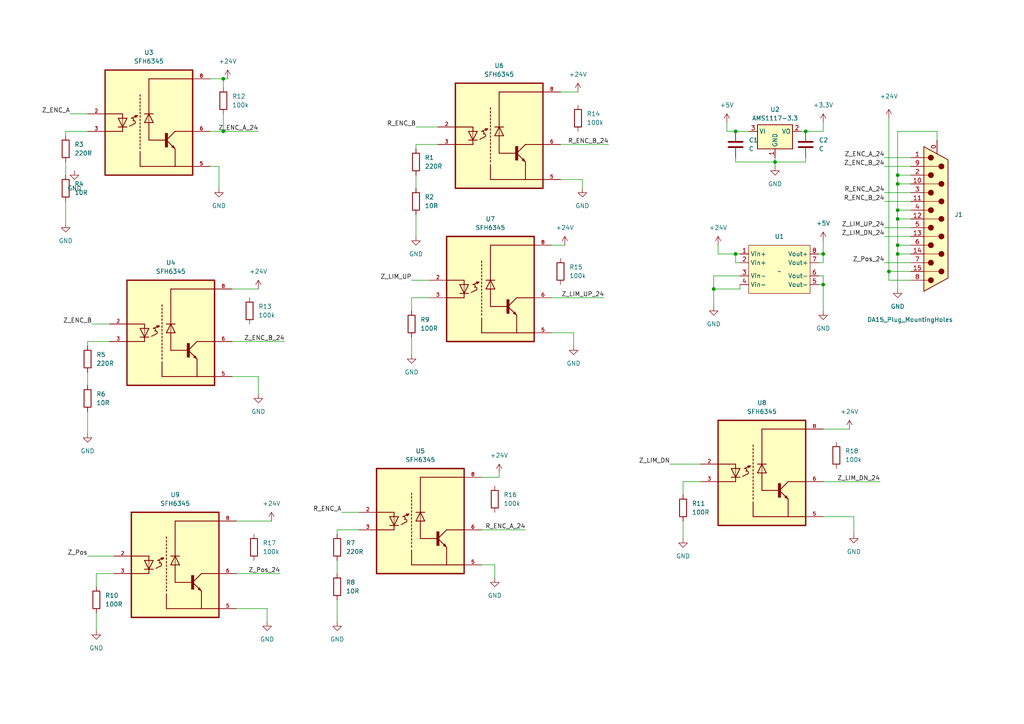
<source format=kicad_sch>
(kicad_sch (version 20230121) (generator eeschema)
  (paper "A4")
  (lib_symbols
    (symbol "Connector:DA15_Plug_MountingHoles" (pin_names (offset 1.016) hide)
      (property "Reference" "J" (at 0 24.13 0))
      (property "Value" "DA15_Plug_MountingHoles" (at 0 22.225 0))
      (symbol "DA15_Plug_MountingHoles_0_1"
        (circle (center -1.778 -17.78) (radius 0.762) (fill (type outline)))
        (circle (center -1.778 -12.7) (radius 0.762) (fill (type outline)))
        (circle (center -1.778 -7.62) (radius 0.762) (fill (type outline)))
        (circle (center -1.778 -2.54) (radius 0.762) (fill (type outline)))
        (circle (center -1.778 2.54) (radius 0.762) (fill (type outline)))
        (circle (center -1.778 7.62) (radius 0.762) (fill (type outline)))
        (circle (center -1.778 12.7) (radius 0.762) (fill (type outline)))
        (circle (center -1.778 17.78) (radius 0.762) (fill (type outline)))
        (polyline (pts (xy -3.81 -17.78) (xy -2.54 -17.78)))
        (polyline (pts (xy -3.81 -15.24) (xy 0.508 -15.24)))
        (polyline (pts (xy -3.81 -12.7) (xy -2.54 -12.7)))
        (polyline (pts (xy -3.81 -10.16) (xy 0.508 -10.16)))
        (polyline (pts (xy -3.81 -7.62) (xy -2.54 -7.62)))
        (polyline (pts (xy -3.81 -5.08) (xy 0.508 -5.08)))
        (polyline (pts (xy -3.81 -2.54) (xy -2.54 -2.54)))
        (polyline (pts (xy -3.81 0) (xy 0.508 0)))
        (polyline (pts (xy -3.81 2.54) (xy -2.54 2.54)))
        (polyline (pts (xy -3.81 5.08) (xy 0.508 5.08)))
        (polyline (pts (xy -3.81 7.62) (xy -2.54 7.62)))
        (polyline (pts (xy -3.81 10.16) (xy 0.508 10.16)))
        (polyline (pts (xy -3.81 12.7) (xy -2.54 12.7)))
        (polyline (pts (xy -3.81 15.24) (xy 0.508 15.24)))
        (polyline (pts (xy -3.81 17.78) (xy -2.54 17.78)))
        (polyline (pts (xy -3.81 -20.955) (xy 3.175 -17.145) (xy 3.175 17.145) (xy -3.81 20.955) (xy -3.81 -20.955)) (stroke (width 0.254)) (fill (type background)))
        (circle (center 1.27 -15.24) (radius 0.762) (fill (type outline)))
        (circle (center 1.27 -10.16) (radius 0.762) (fill (type outline)))
        (circle (center 1.27 -5.08) (radius 0.762) (fill (type outline)))
        (circle (center 1.27 0) (radius 0.762) (fill (type outline)))
        (circle (center 1.27 5.08) (radius 0.762) (fill (type outline)))
        (circle (center 1.27 10.16) (radius 0.762) (fill (type outline)))
        (circle (center 1.27 15.24) (radius 0.762) (fill (type outline)))
      )
      (symbol "DA15_Plug_MountingHoles_1_1"
        (pin passive line (at 0 -22.86 90) (length 3.81) (name "PAD") (number "0"))
        (pin passive line (at -7.62 -17.78 0) (length 3.81) (name "1") (number "1"))
        (pin passive line (at -7.62 -10.16 0) (length 3.81) (name "P10") (number "10"))
        (pin passive line (at -7.62 -5.08 0) (length 3.81) (name "P111") (number "11"))
        (pin passive line (at -7.62 0 0) (length 3.81) (name "P12") (number "12"))
        (pin passive line (at -7.62 5.08 0) (length 3.81) (name "P13") (number "13"))
        (pin passive line (at -7.62 10.16 0) (length 3.81) (name "P14") (number "14"))
        (pin passive line (at -7.62 15.24 0) (length 3.81) (name "P15") (number "15"))
        (pin passive line (at -7.62 -12.7 0) (length 3.81) (name "2") (number "2"))
        (pin passive line (at -7.62 -7.62 0) (length 3.81) (name "3") (number "3"))
        (pin passive line (at -7.62 -2.54 0) (length 3.81) (name "4") (number "4"))
        (pin passive line (at -7.62 2.54 0) (length 3.81) (name "5") (number "5"))
        (pin passive line (at -7.62 7.62 0) (length 3.81) (name "6") (number "6"))
        (pin passive line (at -7.62 12.7 0) (length 3.81) (name "7") (number "7"))
        (pin passive line (at -7.62 17.78 0) (length 3.81) (name "8") (number "8"))
        (pin passive line (at -7.62 -15.24 0) (length 3.81) (name "P9") (number "9"))
      )
    )
    (symbol "Device:C" (pin_numbers hide) (pin_names (offset 0.254))
      (property "Reference" "C" (at 0.635 2.54 0))
      (property "Value" "C" (at 0.635 -2.54 0))
      (symbol "C_0_1"
        (polyline (pts (xy -2.032 -0.762) (xy 2.032 -0.762)) (stroke (width 0.508)))
        (polyline (pts (xy -2.032 0.762) (xy 2.032 0.762)) (stroke (width 0.508)))
      )
      (symbol "C_1_1"
        (pin passive line (at 0 3.81 270) (length 2.794) (name "~") (number "1"))
        (pin passive line (at 0 -3.81 90) (length 2.794) (name "~") (number "2"))
      )
    )
    (symbol "Device:R" (pin_numbers hide) (pin_names (offset 0))
      (property "Reference" "R" (at 2.032 0 90))
      (property "Value" "R" (at 0 0 90))
      (symbol "R_0_1"
        (rectangle (start -1.016 -2.54) (end 1.016 2.54) (stroke (width 0.254)))
      )
      (symbol "R_1_1"
        (pin passive line (at 0 3.81 270) (length 1.27) (name "~") (number "1"))
        (pin passive line (at 0 -3.81 90) (length 1.27) (name "~") (number "2"))
      )
    )
    (symbol "Regulator_Linear:AMS1117-3.3"
      (property "Reference" "U" (at -3.81 3.175 0))
      (property "Value" "AMS1117-3.3" (at 0 3.175 0))
      (symbol "AMS1117-3.3_0_1"
        (rectangle (start -5.08 -5.08) (end 5.08 1.905) (stroke (width 0.254)) (fill (type background)))
      )
      (symbol "AMS1117-3.3_1_1"
        (pin power_in line (at 0 -7.62 90) (length 2.54) (name "GND") (number "1"))
        (pin power_out line (at 7.62 0 180) (length 2.54) (name "VO") (number "2"))
        (pin power_in line (at -7.62 0 0) (length 2.54) (name "VI") (number "3"))
      )
    )
    (symbol "SFH6345:SFH6345" (pin_names (offset 1.016))
      (property "Reference" "U" (at -5.0864 15.7678 0))
      (property "Value" "SFH6345" (at -5.0899 -17.8145 0))
      (symbol "SFH6345_0_0"
        (rectangle (start -12.7 -15.24) (end 12.7 15.24) (stroke (width 0.4064)) (fill (type background)))
        (arc (start -4.572 0.508) (mid -4.4896 1.1133) (end -5.08 1.27) (stroke (width 0.254)))
        (arc (start -4.064 -0.254) (mid -3.9816 0.3513) (end -4.572 0.508) (stroke (width 0.254)))
        (arc (start -3.81 1.778) (mid -4.4239 1.563) (end -5.08 1.27) (stroke (width 0.254)))
        (polyline (pts (xy -7.62 -2.54) (xy -12.7 -2.54)) (stroke (width 0.254)))
        (polyline (pts (xy -7.62 -1.27) (xy -8.89 -1.27)) (stroke (width 0.254)))
        (polyline (pts (xy -7.62 -1.27) (xy -8.89 1.27)) (stroke (width 0.254)))
        (polyline (pts (xy -7.62 -1.27) (xy -7.62 -2.54)) (stroke (width 0.254)))
        (polyline (pts (xy -7.62 1.27) (xy -8.89 1.27)) (stroke (width 0.254)))
        (polyline (pts (xy -7.62 1.27) (xy -7.62 -1.27)) (stroke (width 0.1524)))
        (polyline (pts (xy -7.62 1.27) (xy -7.62 2.54)) (stroke (width 0.254)))
        (polyline (pts (xy -7.62 2.54) (xy -12.7 2.54)) (stroke (width 0.254)))
        (polyline (pts (xy -6.35 -1.27) (xy -7.62 -1.27)) (stroke (width 0.254)))
        (polyline (pts (xy -6.35 1.27) (xy -7.62 -1.27)) (stroke (width 0.254)))
        (polyline (pts (xy -6.35 1.27) (xy -7.62 1.27)) (stroke (width 0.254)))
        (polyline (pts (xy -5.588 -1.016) (xy -4.064 -0.254)) (stroke (width 0.254)))
        (polyline (pts (xy -4.064 2.032) (xy -3.81 1.524)) (stroke (width 0.254)))
        (polyline (pts (xy -3.81 1.524) (xy -3.556 1.778)) (stroke (width 0.254)))
        (polyline (pts (xy -3.81 1.778) (xy -3.556 1.778)) (stroke (width 0.254)))
        (polyline (pts (xy -3.556 1.778) (xy -3.302 2.032)) (stroke (width 0.254)))
        (polyline (pts (xy -3.302 2.032) (xy -4.064 2.032)) (stroke (width 0.254)))
        (polyline (pts (xy -2.54 -12.7) (xy -2.54 -8.382)) (stroke (width 0.254)))
        (polyline (pts (xy -2.54 -7.62) (xy -2.54 -7.112)) (stroke (width 0.254)))
        (polyline (pts (xy -2.54 -6.604) (xy -2.54 -6.096)) (stroke (width 0.254)))
        (polyline (pts (xy -2.54 -5.588) (xy -2.54 -5.08)) (stroke (width 0.254)))
        (polyline (pts (xy -2.54 -4.572) (xy -2.54 -4.064)) (stroke (width 0.254)))
        (polyline (pts (xy -2.54 -3.556) (xy -2.54 -3.048)) (stroke (width 0.254)))
        (polyline (pts (xy -2.54 -2.54) (xy -2.54 -2.032)) (stroke (width 0.254)))
        (polyline (pts (xy -2.54 -1.524) (xy -2.54 -1.016)) (stroke (width 0.254)))
        (polyline (pts (xy -2.54 -0.508) (xy -2.54 0)) (stroke (width 0.254)))
        (polyline (pts (xy -2.54 0.508) (xy -2.54 1.016)) (stroke (width 0.254)))
        (polyline (pts (xy -2.54 1.524) (xy -2.54 2.032)) (stroke (width 0.254)))
        (polyline (pts (xy -2.54 2.54) (xy -2.54 3.048)) (stroke (width 0.254)))
        (polyline (pts (xy -2.54 3.556) (xy -2.54 4.064)) (stroke (width 0.254)))
        (polyline (pts (xy -2.54 4.572) (xy -2.54 5.08)) (stroke (width 0.254)))
        (polyline (pts (xy -2.54 5.588) (xy -2.54 6.096)) (stroke (width 0.254)))
        (polyline (pts (xy -2.54 6.604) (xy -2.54 7.112)) (stroke (width 0.254)))
        (polyline (pts (xy -2.54 7.62) (xy -2.54 8.128)) (stroke (width 0.254)))
        (polyline (pts (xy -1.27 0) (xy 0 0)) (stroke (width 0.254)))
        (polyline (pts (xy -1.27 0) (xy 0 2.54)) (stroke (width 0.254)))
        (polyline (pts (xy -1.27 2.54) (xy 0 2.54)) (stroke (width 0.254)))
        (polyline (pts (xy 0 -5.08) (xy 5.08 -5.08)) (stroke (width 0.254)))
        (polyline (pts (xy 0 0) (xy 0 -5.08)) (stroke (width 0.254)))
        (polyline (pts (xy 0 0) (xy 0 2.54)) (stroke (width 0.1524)))
        (polyline (pts (xy 0 0) (xy 1.27 0)) (stroke (width 0.254)))
        (polyline (pts (xy 0 2.54) (xy 0 12.7)) (stroke (width 0.254)))
        (polyline (pts (xy 0 2.54) (xy 1.27 0)) (stroke (width 0.254)))
        (polyline (pts (xy 0 2.54) (xy 1.27 2.54)) (stroke (width 0.254)))
        (polyline (pts (xy 0 12.7) (xy 12.7 12.7)) (stroke (width 0.254)))
        (polyline (pts (xy 5.08 -5.08) (xy 7.62 -7.62)) (stroke (width 0.254)))
        (polyline (pts (xy 7.62 -12.7) (xy -2.54 -12.7)) (stroke (width 0.254)))
        (polyline (pts (xy 7.62 -12.7) (xy 12.7 -12.7)) (stroke (width 0.254)))
        (polyline (pts (xy 7.62 -7.62) (xy 7.62 -12.7)) (stroke (width 0.254)))
        (polyline (pts (xy 7.62 -2.54) (xy 5.08 -5.08)) (stroke (width 0.254)))
        (polyline (pts (xy 7.62 -2.54) (xy 12.7 -2.54)) (stroke (width 0.254)))
        (polyline (pts (xy 7.493 -7.493) (xy 7.112 -6.604) (xy 6.604 -7.112) (xy 7.493 -7.493)) (stroke (width 0.1524)) (fill (type outline)))
        (rectangle (start 4.7075 -7.1248) (end 5.461 -3.048) (stroke (width 0.1)) (fill (type outline)))
        (pin passive line (at -17.78 2.54 0) (length 5.08) (name "~") (number "2"))
        (pin passive line (at -17.78 -2.54 0) (length 5.08) (name "~") (number "3"))
        (pin passive line (at 17.78 -12.7 180) (length 5.08) (name "~") (number "5"))
        (pin passive line (at 17.78 -2.54 180) (length 5.08) (name "~") (number "6"))
        (pin power_in line (at 17.78 12.7 180) (length 5.08) (name "~") (number "8"))
      )
    )
    (symbol "power:+24V" (power) (pin_names (offset 0))
      (property "Value" "+24V" (at 0 3.556 0))
      (symbol "+24V_0_1"
        (polyline (pts (xy -0.762 1.27) (xy 0 2.54)))
        (polyline (pts (xy 0 0) (xy 0 2.54)))
        (polyline (pts (xy 0 2.54) (xy 0.762 1.27)))
      )
      (symbol "+24V_1_1"
        (pin power_in line (at 0 0 90) (length 0) hide (name "+24V") (number "1"))
      )
    )
    (symbol "power:+3.3V" (power) (pin_names (offset 0))
      (property "Value" "+3.3V" (at 0 3.556 0))
      (symbol "+3.3V_0_1"
        (polyline (pts (xy -0.762 1.27) (xy 0 2.54)))
        (polyline (pts (xy 0 0) (xy 0 2.54)))
        (polyline (pts (xy 0 2.54) (xy 0.762 1.27)))
      )
      (symbol "+3.3V_1_1"
        (pin power_in line (at 0 0 90) (length 0) hide (name "+3.3V") (number "1"))
      )
    )
    (symbol "power:+5V" (power) (pin_names (offset 0))
      (property "Value" "+5V" (at 0 3.556 0))
      (symbol "+5V_0_1"
        (polyline (pts (xy -0.762 1.27) (xy 0 2.54)))
        (polyline (pts (xy 0 0) (xy 0 2.54)))
        (polyline (pts (xy 0 2.54) (xy 0.762 1.27)))
      )
      (symbol "+5V_1_1"
        (pin power_in line (at 0 0 90) (length 0) hide (name "+5V") (number "1"))
      )
    )
    (symbol "power:GND" (power) (pin_names (offset 0))
      (property "Value" "GND" (at 0 -3.81 0))
      (symbol "GND_0_1"
        (polyline (pts (xy 0 0) (xy 0 -1.27) (xy 1.27 -1.27) (xy 0 -2.54) (xy -1.27 -1.27) (xy 0 -1.27)))
      )
      (symbol "GND_1_1"
        (pin power_in line (at 0 0 270) (length 0) hide (name "GND") (number "1"))
      )
    )
    (symbol "power_modules:DSN-1504-3A"
      (property "Reference" "U" (at 0 8.89 0))
      (symbol "DSN-1504-3A_1_1"
        (rectangle (start -8.89 7.62) (end 8.89 -6.35) (fill (type background)))
        (pin power_in line (at -11.43 5.08 0) (length 2.54) (name "Vin+") (number "1"))
        (pin power_in line (at -11.43 2.54 0) (length 2.54) (name "Vin+") (number "2"))
        (pin power_in line (at -11.43 -1.27 0) (length 2.54) (name "Vin-") (number "3"))
        (pin power_in line (at -11.43 -3.81 0) (length 2.54) (name "Vin-") (number "4"))
        (pin power_out line (at 11.43 -3.81 180) (length 2.54) (name "Vout-") (number "5"))
        (pin power_out line (at 11.43 -1.27 180) (length 2.54) (name "Vout-") (number "6"))
        (pin power_out line (at 11.43 2.54 180) (length 2.54) (name "Vout+") (number "7"))
        (pin power_out line (at 11.43 5.08 180) (length 2.54) (name "Vout+") (number "8"))
      )
    )
  )
  (junction (at 260.35 63.5))
  (junction (at 64.77 38.1))
  (junction (at 260.35 71.12))
  (junction (at 260.35 53.34))
  (junction (at 213.36 38.1))
  (junction (at 260.35 50.8))
  (junction (at 238.76 73.66))
  (junction (at 64.77 22.86))
  (junction (at 213.36 73.66))
  (junction (at 238.76 82.55))
  (junction (at 260.35 60.96))
  (junction (at 233.68 38.1))
  (junction (at 207.01 83.82))
  (junction (at 257.81 78.74))
  (junction (at 224.79 46.99))
  (junction (at 260.35 73.66))
  (wire (pts (xy 144.78 137.16) (xy 144.78 138.43)))
  (wire (pts (xy 232.41 38.1) (xy 233.68 38.1)))
  (wire (pts (xy 143.51 163.83) (xy 143.51 167.64)))
  (wire (pts (xy 119.38 97.79) (xy 119.38 102.87)))
  (wire (pts (xy 238.76 82.55) (xy 238.76 90.17)))
  (wire (pts (xy 256.54 45.72) (xy 264.16 45.72)))
  (wire (pts (xy 237.49 82.55) (xy 238.76 82.55)))
  (wire (pts (xy 19.05 58.42) (xy 19.05 64.77)))
  (wire (pts (xy 260.35 71.12) (xy 260.35 63.5)))
  (wire (pts (xy 264.16 63.5) (xy 260.35 63.5)))
  (wire (pts (xy 224.79 46.99) (xy 224.79 48.26)))
  (wire (pts (xy 26.67 93.98) (xy 31.75 93.98)))
  (wire (pts (xy 214.63 80.01) (xy 207.01 80.01)))
  (wire (pts (xy 213.36 73.66) (xy 214.63 73.66)))
  (wire (pts (xy 19.05 38.1) (xy 19.05 39.37)))
  (wire (pts (xy 260.35 38.1) (xy 271.78 38.1)))
  (wire (pts (xy 255.27 139.7) (xy 238.76 139.7)))
  (wire (pts (xy 224.79 46.99) (xy 233.68 46.99)))
  (wire (pts (xy 260.35 63.5) (xy 260.35 60.96)))
  (wire (pts (xy 264.16 53.34) (xy 260.35 53.34)))
  (wire (pts (xy 168.91 52.07) (xy 168.91 54.61)))
  (wire (pts (xy 68.58 151.13) (xy 78.74 151.13)))
  (wire (pts (xy 213.36 45.72) (xy 213.36 46.99)))
  (wire (pts (xy 67.31 83.82) (xy 74.93 83.82)))
  (wire (pts (xy 25.4 161.29) (xy 33.02 161.29)))
  (wire (pts (xy 207.01 80.01) (xy 207.01 83.82)))
  (wire (pts (xy 120.65 62.23) (xy 120.65 68.58)))
  (wire (pts (xy 152.4 153.67) (xy 139.7 153.67)))
  (wire (pts (xy 247.65 149.86) (xy 247.65 154.94)))
  (wire (pts (xy 238.76 38.1) (xy 238.76 35.56)))
  (wire (pts (xy 120.65 36.83) (xy 127 36.83)))
  (wire (pts (xy 160.02 71.12) (xy 163.83 71.12)))
  (wire (pts (xy 210.82 35.56) (xy 210.82 38.1)))
  (wire (pts (xy 264.16 73.66) (xy 260.35 73.66)))
  (wire (pts (xy 264.16 81.28) (xy 257.81 81.28)))
  (wire (pts (xy 208.28 73.66) (xy 213.36 73.66)))
  (wire (pts (xy 264.16 55.88) (xy 256.54 55.88)))
  (wire (pts (xy 60.96 48.26) (xy 63.5 48.26)))
  (wire (pts (xy 25.4 119.38) (xy 25.4 125.73)))
  (wire (pts (xy 33.02 166.37) (xy 27.94 166.37)))
  (wire (pts (xy 238.76 149.86) (xy 247.65 149.86)))
  (wire (pts (xy 63.5 48.26) (xy 63.5 54.61)))
  (wire (pts (xy 264.16 60.96) (xy 260.35 60.96)))
  (wire (pts (xy 237.49 76.2) (xy 238.76 76.2)))
  (wire (pts (xy 213.36 73.66) (xy 213.36 76.2)))
  (wire (pts (xy 264.16 71.12) (xy 260.35 71.12)))
  (wire (pts (xy 68.58 176.53) (xy 77.47 176.53)))
  (wire (pts (xy 139.7 163.83) (xy 143.51 163.83)))
  (wire (pts (xy 20.32 33.02) (xy 25.4 33.02)))
  (wire (pts (xy 260.35 60.96) (xy 260.35 53.34)))
  (wire (pts (xy 144.78 138.43) (xy 139.7 138.43)))
  (wire (pts (xy 238.76 76.2) (xy 238.76 73.66)))
  (wire (pts (xy 60.96 22.86) (xy 64.77 22.86)))
  (wire (pts (xy 27.94 166.37) (xy 27.94 170.18)))
  (wire (pts (xy 260.35 53.34) (xy 260.35 50.8)))
  (wire (pts (xy 213.36 46.99) (xy 224.79 46.99)))
  (wire (pts (xy 74.93 109.22) (xy 74.93 114.3)))
  (wire (pts (xy 82.55 99.06) (xy 67.31 99.06)))
  (wire (pts (xy 64.77 22.86) (xy 64.77 25.4)))
  (wire (pts (xy 260.35 73.66) (xy 260.35 71.12)))
  (wire (pts (xy 119.38 81.28) (xy 124.46 81.28)))
  (wire (pts (xy 124.46 86.36) (xy 119.38 86.36)))
  (wire (pts (xy 25.4 38.1) (xy 19.05 38.1)))
  (wire (pts (xy 64.77 38.1) (xy 74.93 38.1)))
  (wire (pts (xy 60.96 38.1) (xy 64.77 38.1)))
  (wire (pts (xy 207.01 83.82) (xy 207.01 88.9)))
  (wire (pts (xy 213.36 38.1) (xy 217.17 38.1)))
  (wire (pts (xy 19.05 46.99) (xy 19.05 50.8)))
  (wire (pts (xy 120.65 50.8) (xy 120.65 54.61)))
  (wire (pts (xy 271.78 38.1) (xy 271.78 40.64)))
  (wire (pts (xy 238.76 80.01) (xy 238.76 82.55)))
  (wire (pts (xy 162.56 26.67) (xy 167.64 26.67)))
  (wire (pts (xy 257.81 78.74) (xy 257.81 81.28)))
  (wire (pts (xy 97.79 162.56) (xy 97.79 166.37)))
  (wire (pts (xy 160.02 96.52) (xy 166.37 96.52)))
  (wire (pts (xy 208.28 71.12) (xy 208.28 73.66)))
  (wire (pts (xy 162.56 41.91) (xy 176.53 41.91)))
  (wire (pts (xy 162.56 52.07) (xy 168.91 52.07)))
  (wire (pts (xy 260.35 83.82) (xy 260.35 73.66)))
  (wire (pts (xy 238.76 124.46) (xy 246.38 124.46)))
  (wire (pts (xy 203.2 139.7) (xy 198.12 139.7)))
  (wire (pts (xy 233.68 45.72) (xy 233.68 46.99)))
  (wire (pts (xy 104.14 153.67) (xy 97.79 153.67)))
  (wire (pts (xy 31.75 99.06) (xy 25.4 99.06)))
  (wire (pts (xy 207.01 83.82) (xy 214.63 83.82)))
  (wire (pts (xy 237.49 80.01) (xy 238.76 80.01)))
  (wire (pts (xy 264.16 76.2) (xy 256.54 76.2)))
  (wire (pts (xy 213.36 76.2) (xy 214.63 76.2)))
  (wire (pts (xy 99.06 148.59) (xy 104.14 148.59)))
  (wire (pts (xy 194.31 134.62) (xy 203.2 134.62)))
  (wire (pts (xy 64.77 33.02) (xy 64.77 38.1)))
  (wire (pts (xy 64.77 22.86) (xy 66.04 22.86)))
  (wire (pts (xy 224.79 45.72) (xy 224.79 46.99)))
  (wire (pts (xy 67.31 109.22) (xy 74.93 109.22)))
  (wire (pts (xy 238.76 73.66) (xy 237.49 73.66)))
  (wire (pts (xy 25.4 99.06) (xy 25.4 100.33)))
  (wire (pts (xy 264.16 50.8) (xy 260.35 50.8)))
  (wire (pts (xy 264.16 48.26) (xy 256.54 48.26)))
  (wire (pts (xy 264.16 68.58) (xy 256.54 68.58)))
  (wire (pts (xy 264.16 58.42) (xy 256.54 58.42)))
  (wire (pts (xy 120.65 41.91) (xy 120.65 43.18)))
  (wire (pts (xy 233.68 38.1) (xy 238.76 38.1)))
  (wire (pts (xy 198.12 139.7) (xy 198.12 143.51)))
  (wire (pts (xy 81.28 166.37) (xy 68.58 166.37)))
  (wire (pts (xy 210.82 38.1) (xy 213.36 38.1)))
  (wire (pts (xy 97.79 153.67) (xy 97.79 154.94)))
  (wire (pts (xy 25.4 107.95) (xy 25.4 111.76)))
  (wire (pts (xy 166.37 96.52) (xy 166.37 100.33)))
  (wire (pts (xy 260.35 50.8) (xy 260.35 38.1)))
  (wire (pts (xy 238.76 69.85) (xy 238.76 73.66)))
  (wire (pts (xy 175.26 86.36) (xy 160.02 86.36)))
  (wire (pts (xy 264.16 78.74) (xy 257.81 78.74)))
  (wire (pts (xy 119.38 86.36) (xy 119.38 90.17)))
  (wire (pts (xy 264.16 66.04) (xy 256.54 66.04)))
  (wire (pts (xy 127 41.91) (xy 120.65 41.91)))
  (wire (pts (xy 257.81 34.29) (xy 257.81 78.74)))
  (wire (pts (xy 97.79 173.99) (xy 97.79 180.34)))
  (wire (pts (xy 27.94 177.8) (xy 27.94 182.88)))
  (wire (pts (xy 198.12 151.13) (xy 198.12 156.21)))
  (wire (pts (xy 77.47 176.53) (xy 77.47 180.34)))
  (wire (pts (xy 214.63 83.82) (xy 214.63 82.55)))
  (label "Z_ENC_B_24" (at 256.54 48.26 180))
  (label "Z_LIM_DN_24" (at 256.54 68.58 180))
  (label "Z_ENC_A_24" (at 256.54 45.72 180))
  (label "Z_Pos" (at 25.4 161.29 180))
  (label "Z_LIM_UP" (at 119.38 81.28 180))
  (label "R_ENC_A_24" (at 256.54 55.88 180))
  (label "Z_Pos_24" (at 81.28 166.37 180))
  (label "Z_LIM_UP_24" (at 256.54 66.04 180))
  (label "Z_ENC_A" (at 20.32 33.02 180))
  (label "Z_Pos_24" (at 256.54 76.2 180))
  (label "Z_ENC_B" (at 26.67 93.98 180))
  (label "R_ENC_A" (at 99.06 148.59 180))
  (label "R_ENC_B_24" (at 176.53 41.91 180))
  (label "Z_ENC_B_24" (at 82.55 99.06 180))
  (label "Z_LIM_UP_24" (at 175.26 86.36 180))
  (label "R_ENC_A_24" (at 152.4 153.67 180))
  (label "Z_LIM_DN" (at 194.31 134.62 180))
  (label "Z_LIM_DN_24" (at 255.27 139.7 180))
  (label "Z_ENC_A_24" (at 74.93 38.1 180))
  (label "R_ENC_B" (at 120.65 36.83 180))
  (label "R_ENC_B_24" (at 256.54 58.42 180))
  (symbol (lib_id "Device:R") (at 97.79 170.18 0) (unit 1)
    (property "Reference" "R8" (at 100.33 168.91 0) (effects (justify left)))
    (property "Value" "10R" (at 100.33 171.45 0) (effects (justify left)))
  )
  (symbol (lib_id "power:GND") (at 74.93 114.3 0) (unit 1)
    (property "Reference" "#PWR021" (effects hide))
    (property "Value" "GND" (at 74.93 119.38 0))
  )
  (symbol (lib_id "Device:C") (at 233.68 41.91 0) (unit 1)
    (property "Reference" "C2" (at 237.49 40.64 0) (effects (justify left)))
    (property "Value" "C" (at 237.49 43.18 0) (effects (justify left)))
  )
  (symbol (lib_id "Device:R") (at 27.94 173.99 0) (unit 1)
    (property "Reference" "R10" (at 30.48 172.72 0) (effects (justify left)))
    (property "Value" "100R" (at 30.48 175.26 0) (effects (justify left)))
  )
  (symbol (lib_id "Device:R") (at 167.64 34.29 0) (unit 1)
    (property "Reference" "R14" (at 170.18 33.02 0) (effects (justify left)))
    (property "Value" "100k" (at 170.18 35.56 0) (effects (justify left)))
  )
  (symbol (lib_id "SFH6345:SFH6345") (at 50.8 163.83 0) (unit 1)
    (property "Reference" "U9" (at 50.8 143.51 0))
    (property "Value" "SFH6345" (at 50.8 146.05 0))
    (property "Footprint" "SFH6345:DIP762W50P254L977H451Q8" (effects hide))
    (property "MF" "Vishay Semiconductor" (effects hide))
    (property "Description" "\nSFH6345 DC Input Transistor Output Optocoupler, Through Hole, 8-Pin PDIP | Vishay / Small Signal & Opto Products (SSP) SFH6345\n" (effects hide))
    (property "Package" "DIP-8 Fairchild Semiconductor" (effects hide))
    (property "Check_prices" "https://www.snapeda.com/parts/SFH6345/Vishay+Semiconductor+Opto+Division/view-part/?ref=eda" (effects hide))
    (property "RS_Components_9190161_Purchase_URL" "https://www.snapeda.com/api/url_track_click/https%253A//uk.rs-online.com/web/p/optocouplers/9190161//%253Futm_campaign%253Dbuynow%2526utm_medium%253Daggregator%2526utm_source%253Dsnapeda%2526cm_mmc%253Daff-_-uk-_-snapeda-_-9190161/?unipart_id=292918&manufacturer=Vishay Semiconductor&part_name=SFH6345&search_term=sfh6345" (effects hide))
    (property "SnapEDA_Link" "https://www.snapeda.com/parts/SFH6345/Vishay+Semiconductor+Opto+Division/view-part/?ref=snap" (effects hide))
    (property "MP" "SFH6345" (effects hide))
    (property "Purchase-URL" "https://www.snapeda.com/api/url_track_click_mouser/?unipart_id=292918&manufacturer=Vishay Semiconductor&part_name=SFH6345&search_term=sfh6345" (effects hide))
    (property "RS_Components_7085525_Purchase_URL" "https://www.snapeda.com/api/url_track_click/https%253A//uk.rs-online.com/web/p/optocouplers/7085525//%253Futm_campaign%253Dbuynow%2526utm_medium%253Daggregator%2526utm_source%253Dsnapeda%2526cm_mmc%253Daff-_-uk-_-snapeda-_-7085525/?unipart_id=292918&manufacturer=Vishay Semiconductor&part_name=SFH6345&search_term=sfh6345" (effects hide))
    (property "MANUFACTURER" "VISHAY" (effects hide))
  )
  (symbol (lib_id "SFH6345:SFH6345") (at 220.98 137.16 0) (unit 1)
    (property "Reference" "U8" (at 220.98 116.84 0))
    (property "Value" "SFH6345" (at 220.98 119.38 0))
    (property "Footprint" "SFH6345:DIP762W50P254L977H451Q8" (effects hide))
    (property "MF" "Vishay Semiconductor" (effects hide))
    (property "Description" "\nSFH6345 DC Input Transistor Output Optocoupler, Through Hole, 8-Pin PDIP | Vishay / Small Signal & Opto Products (SSP) SFH6345\n" (effects hide))
    (property "Package" "DIP-8 Fairchild Semiconductor" (effects hide))
    (property "Check_prices" "https://www.snapeda.com/parts/SFH6345/Vishay+Semiconductor+Opto+Division/view-part/?ref=eda" (effects hide))
    (property "RS_Components_9190161_Purchase_URL" "https://www.snapeda.com/api/url_track_click/https%253A//uk.rs-online.com/web/p/optocouplers/9190161//%253Futm_campaign%253Dbuynow%2526utm_medium%253Daggregator%2526utm_source%253Dsnapeda%2526cm_mmc%253Daff-_-uk-_-snapeda-_-9190161/?unipart_id=292918&manufacturer=Vishay Semiconductor&part_name=SFH6345&search_term=sfh6345" (effects hide))
    (property "SnapEDA_Link" "https://www.snapeda.com/parts/SFH6345/Vishay+Semiconductor+Opto+Division/view-part/?ref=snap" (effects hide))
    (property "MP" "SFH6345" (effects hide))
    (property "Purchase-URL" "https://www.snapeda.com/api/url_track_click_mouser/?unipart_id=292918&manufacturer=Vishay Semiconductor&part_name=SFH6345&search_term=sfh6345" (effects hide))
    (property "RS_Components_7085525_Purchase_URL" "https://www.snapeda.com/api/url_track_click/https%253A//uk.rs-online.com/web/p/optocouplers/7085525//%253Futm_campaign%253Dbuynow%2526utm_medium%253Daggregator%2526utm_source%253Dsnapeda%2526cm_mmc%253Daff-_-uk-_-snapeda-_-7085525/?unipart_id=292918&manufacturer=Vishay Semiconductor&part_name=SFH6345&search_term=sfh6345" (effects hide))
    (property "MANUFACTURER" "VISHAY" (effects hide))
  )
  (symbol (lib_id "Device:R") (at 120.65 46.99 0) (unit 1)
    (property "Reference" "R1" (at 123.19 45.72 0) (effects (justify left)))
    (property "Value" "220R" (at 123.19 48.26 0) (effects (justify left)))
  )
  (symbol (lib_id "Device:R") (at 72.39 90.17 0) (unit 1)
    (property "Reference" "R13" (at 74.93 88.9 0) (effects (justify left)))
    (property "Value" "100k" (at 74.93 91.44 0) (effects (justify left)))
  )
  (symbol (lib_id "Regulator_Linear:AMS1117-3.3") (at 224.79 38.1 0) (unit 1)
    (property "Reference" "U2" (at 224.79 31.75 0))
    (property "Value" "AMS1117-3.3" (at 224.79 34.29 0))
    (property "Footprint" "Package_TO_SOT_SMD:SOT-223-3_TabPin2" (effects hide))
    (property "Datasheet" "http://www.advanced-monolithic.com/pdf/ds1117.pdf" (effects hide))
  )
  (symbol (lib_id "Device:R") (at 119.38 93.98 0) (unit 1)
    (property "Reference" "R9" (at 121.92 92.71 0) (effects (justify left)))
    (property "Value" "100R" (at 121.92 95.25 0) (effects (justify left)))
  )
  (symbol (lib_id "power:+24V") (at 167.64 26.67 0) (unit 1)
    (property "Reference" "#PWR010" (effects hide))
    (property "Value" "+24V" (at 167.64 21.59 0))
  )
  (symbol (lib_id "Device:R") (at 25.4 104.14 0) (unit 1)
    (property "Reference" "R5" (at 27.94 102.87 0) (effects (justify left)))
    (property "Value" "220R" (at 27.94 105.41 0) (effects (justify left)))
  )
  (symbol (lib_id "SFH6345:SFH6345") (at 142.24 83.82 0) (unit 1)
    (property "Reference" "U7" (at 142.24 63.5 0))
    (property "Value" "SFH6345" (at 142.24 66.04 0))
    (property "Footprint" "SFH6345:DIP762W50P254L977H451Q8" (effects hide))
    (property "MF" "Vishay Semiconductor" (effects hide))
    (property "Description" "\nSFH6345 DC Input Transistor Output Optocoupler, Through Hole, 8-Pin PDIP | Vishay / Small Signal & Opto Products (SSP) SFH6345\n" (effects hide))
    (property "Package" "DIP-8 Fairchild Semiconductor" (effects hide))
    (property "Check_prices" "https://www.snapeda.com/parts/SFH6345/Vishay+Semiconductor+Opto+Division/view-part/?ref=eda" (effects hide))
    (property "RS_Components_9190161_Purchase_URL" "https://www.snapeda.com/api/url_track_click/https%253A//uk.rs-online.com/web/p/optocouplers/9190161//%253Futm_campaign%253Dbuynow%2526utm_medium%253Daggregator%2526utm_source%253Dsnapeda%2526cm_mmc%253Daff-_-uk-_-snapeda-_-9190161/?unipart_id=292918&manufacturer=Vishay Semiconductor&part_name=SFH6345&search_term=sfh6345" (effects hide))
    (property "SnapEDA_Link" "https://www.snapeda.com/parts/SFH6345/Vishay+Semiconductor+Opto+Division/view-part/?ref=snap" (effects hide))
    (property "MP" "SFH6345" (effects hide))
    (property "Purchase-URL" "https://www.snapeda.com/api/url_track_click_mouser/?unipart_id=292918&manufacturer=Vishay Semiconductor&part_name=SFH6345&search_term=sfh6345" (effects hide))
    (property "RS_Components_7085525_Purchase_URL" "https://www.snapeda.com/api/url_track_click/https%253A//uk.rs-online.com/web/p/optocouplers/7085525//%253Futm_campaign%253Dbuynow%2526utm_medium%253Daggregator%2526utm_source%253Dsnapeda%2526cm_mmc%253Daff-_-uk-_-snapeda-_-7085525/?unipart_id=292918&manufacturer=Vishay Semiconductor&part_name=SFH6345&search_term=sfh6345" (effects hide))
    (property "MANUFACTURER" "VISHAY" (effects hide))
  )
  (symbol (lib_id "power:GND") (at 260.35 83.82 0) (mirror y) (unit 1)
    (property "Reference" "#PWR02" (effects hide))
    (property "Value" "GND" (at 260.35 88.9 0))
  )
  (symbol (lib_id "power:+24V") (at 74.93 83.82 0) (unit 1)
    (property "Reference" "#PWR013" (effects hide))
    (property "Value" "+24V" (at 74.93 78.74 0))
  )
  (symbol (lib_id "Device:R") (at 64.77 29.21 0) (unit 1)
    (property "Reference" "R12" (at 67.31 27.94 0) (effects (justify left)))
    (property "Value" "100k" (at 67.31 30.48 0) (effects (justify left)))
  )
  (symbol (lib_id "Device:R") (at 162.56 78.74 0) (unit 1)
    (property "Reference" "R15" (at 165.1 77.47 0) (effects (justify left)))
    (property "Value" "100k" (at 165.1 80.01 0) (effects (justify left)))
  )
  (symbol (lib_id "power:+3.3V") (at 238.76 35.56 0) (unit 1)
    (property "Reference" "#PWR08" (effects hide))
    (property "Value" "+3.3V" (at 238.76 30.48 0))
  )
  (symbol (lib_id "power:+24V") (at 208.28 71.12 0) (unit 1)
    (property "Reference" "#PWR01" (effects hide))
    (property "Value" "+24V" (at 208.28 66.04 0))
  )
  (symbol (lib_id "power:GND") (at 207.01 88.9 0) (unit 1)
    (property "Reference" "#PWR05" (effects hide))
    (property "Value" "GND" (at 207.01 93.98 0))
  )
  (symbol (lib_id "Device:R") (at 19.05 54.61 0) (unit 1)
    (property "Reference" "R4" (at 21.59 53.34 0) (effects (justify left)))
    (property "Value" "10R" (at 21.59 55.88 0) (effects (justify left)))
  )
  (symbol (lib_id "power:GND") (at 25.4 125.73 0) (unit 1)
    (property "Reference" "#PWR027" (effects hide))
    (property "Value" "GND" (at 25.4 130.81 0))
  )
  (symbol (lib_id "Device:R") (at 25.4 115.57 0) (unit 1)
    (property "Reference" "R6" (at 27.94 114.3 0) (effects (justify left)))
    (property "Value" "10R" (at 27.94 116.84 0) (effects (justify left)))
  )
  (symbol (lib_id "power:GND") (at 143.51 167.64 0) (unit 1)
    (property "Reference" "#PWR023" (effects hide))
    (property "Value" "GND" (at 143.51 172.72 0))
  )
  (symbol (lib_id "SFH6345:SFH6345") (at 121.92 151.13 0) (unit 1)
    (property "Reference" "U5" (at 121.92 130.81 0))
    (property "Value" "SFH6345" (at 121.92 133.35 0))
    (property "Footprint" "SFH6345:DIP762W50P254L977H451Q8" (effects hide))
    (property "MF" "Vishay Semiconductor" (effects hide))
    (property "Description" "\nSFH6345 DC Input Transistor Output Optocoupler, Through Hole, 8-Pin PDIP | Vishay / Small Signal & Opto Products (SSP) SFH6345\n" (effects hide))
    (property "Package" "DIP-8 Fairchild Semiconductor" (effects hide))
    (property "Check_prices" "https://www.snapeda.com/parts/SFH6345/Vishay+Semiconductor+Opto+Division/view-part/?ref=eda" (effects hide))
    (property "RS_Components_9190161_Purchase_URL" "https://www.snapeda.com/api/url_track_click/https%253A//uk.rs-online.com/web/p/optocouplers/9190161//%253Futm_campaign%253Dbuynow%2526utm_medium%253Daggregator%2526utm_source%253Dsnapeda%2526cm_mmc%253Daff-_-uk-_-snapeda-_-9190161/?unipart_id=292918&manufacturer=Vishay Semiconductor&part_name=SFH6345&search_term=sfh6345" (effects hide))
    (property "SnapEDA_Link" "https://www.snapeda.com/parts/SFH6345/Vishay+Semiconductor+Opto+Division/view-part/?ref=snap" (effects hide))
    (property "MP" "SFH6345" (effects hide))
    (property "Purchase-URL" "https://www.snapeda.com/api/url_track_click_mouser/?unipart_id=292918&manufacturer=Vishay Semiconductor&part_name=SFH6345&search_term=sfh6345" (effects hide))
    (property "RS_Components_7085525_Purchase_URL" "https://www.snapeda.com/api/url_track_click/https%253A//uk.rs-online.com/web/p/optocouplers/7085525//%253Futm_campaign%253Dbuynow%2526utm_medium%253Daggregator%2526utm_source%253Dsnapeda%2526cm_mmc%253Daff-_-uk-_-snapeda-_-7085525/?unipart_id=292918&manufacturer=Vishay Semiconductor&part_name=SFH6345&search_term=sfh6345" (effects hide))
    (property "MANUFACTURER" "VISHAY" (effects hide))
  )
  (symbol (lib_id "Device:R") (at 242.57 132.08 0) (unit 1)
    (property "Reference" "R18" (at 245.11 130.81 0) (effects (justify left)))
    (property "Value" "100k" (at 245.11 133.35 0) (effects (justify left)))
  )
  (symbol (lib_id "Device:R") (at 19.05 43.18 0) (unit 1)
    (property "Reference" "R3" (at 21.59 41.91 0) (effects (justify left)))
    (property "Value" "220R" (at 21.59 44.45 0) (effects (justify left)))
  )
  (symbol (lib_id "SFH6345:SFH6345") (at 43.18 35.56 0) (unit 1)
    (property "Reference" "U3" (at 43.18 15.24 0))
    (property "Value" "SFH6345" (at 43.18 17.78 0))
    (property "Footprint" "SFH6345:DIP762W50P254L977H451Q8" (effects hide))
    (property "MF" "Vishay Semiconductor" (effects hide))
    (property "Description" "\nSFH6345 DC Input Transistor Output Optocoupler, Through Hole, 8-Pin PDIP | Vishay / Small Signal & Opto Products (SSP) SFH6345\n" (effects hide))
    (property "Package" "DIP-8 Fairchild Semiconductor" (effects hide))
    (property "Check_prices" "https://www.snapeda.com/parts/SFH6345/Vishay+Semiconductor+Opto+Division/view-part/?ref=eda" (effects hide))
    (property "RS_Components_9190161_Purchase_URL" "https://www.snapeda.com/api/url_track_click/https%253A//uk.rs-online.com/web/p/optocouplers/9190161//%253Futm_campaign%253Dbuynow%2526utm_medium%253Daggregator%2526utm_source%253Dsnapeda%2526cm_mmc%253Daff-_-uk-_-snapeda-_-9190161/?unipart_id=292918&manufacturer=Vishay Semiconductor&part_name=SFH6345&search_term=sfh6345" (effects hide))
    (property "SnapEDA_Link" "https://www.snapeda.com/parts/SFH6345/Vishay+Semiconductor+Opto+Division/view-part/?ref=snap" (effects hide))
    (property "MP" "SFH6345" (effects hide))
    (property "Purchase-URL" "https://www.snapeda.com/api/url_track_click_mouser/?unipart_id=292918&manufacturer=Vishay Semiconductor&part_name=SFH6345&search_term=sfh6345" (effects hide))
    (property "RS_Components_7085525_Purchase_URL" "https://www.snapeda.com/api/url_track_click/https%253A//uk.rs-online.com/web/p/optocouplers/7085525//%253Futm_campaign%253Dbuynow%2526utm_medium%253Daggregator%2526utm_source%253Dsnapeda%2526cm_mmc%253Daff-_-uk-_-snapeda-_-7085525/?unipart_id=292918&manufacturer=Vishay Semiconductor&part_name=SFH6345&search_term=sfh6345" (effects hide))
    (property "MANUFACTURER" "VISHAY" (effects hide))
  )
  (symbol (lib_id "power:GND") (at 119.38 102.87 0) (unit 1)
    (property "Reference" "#PWR029" (effects hide))
    (property "Value" "GND" (at 119.38 107.95 0))
  )
  (symbol (lib_id "power:GND") (at 198.12 156.21 0) (unit 1)
    (property "Reference" "#PWR031" (effects hide))
    (property "Value" "GND" (at 198.12 161.29 0))
  )
  (symbol (lib_id "Device:R") (at 143.51 144.78 0) (unit 1)
    (property "Reference" "R16" (at 146.05 143.51 0) (effects (justify left)))
    (property "Value" "100k" (at 146.05 146.05 0) (effects (justify left)))
  )
  (symbol (lib_id "power_modules:DSN-1504-3A") (at 226.06 78.74 0) (unit 1)
    (property "Reference" "U1" (at 226.06 68.58 0))
    (property "Value" "~" (at 226.06 78.74 0))
    (property "Footprint" "power_modules:DSN-1504-3A" (effects hide))
  )
  (symbol (lib_id "SFH6345:SFH6345") (at 144.78 39.37 0) (unit 1)
    (property "Reference" "U6" (at 144.78 19.05 0))
    (property "Value" "SFH6345" (at 144.78 21.59 0))
    (property "Footprint" "SFH6345:DIP762W50P254L977H451Q8" (effects hide))
    (property "MF" "Vishay Semiconductor" (effects hide))
    (property "Description" "\nSFH6345 DC Input Transistor Output Optocoupler, Through Hole, 8-Pin PDIP | Vishay / Small Signal & Opto Products (SSP) SFH6345\n" (effects hide))
    (property "Package" "DIP-8 Fairchild Semiconductor" (effects hide))
    (property "Check_prices" "https://www.snapeda.com/parts/SFH6345/Vishay+Semiconductor+Opto+Division/view-part/?ref=eda" (effects hide))
    (property "RS_Components_9190161_Purchase_URL" "https://www.snapeda.com/api/url_track_click/https%253A//uk.rs-online.com/web/p/optocouplers/9190161//%253Futm_campaign%253Dbuynow%2526utm_medium%253Daggregator%2526utm_source%253Dsnapeda%2526cm_mmc%253Daff-_-uk-_-snapeda-_-9190161/?unipart_id=292918&manufacturer=Vishay Semiconductor&part_name=SFH6345&search_term=sfh6345" (effects hide))
    (property "SnapEDA_Link" "https://www.snapeda.com/parts/SFH6345/Vishay+Semiconductor+Opto+Division/view-part/?ref=snap" (effects hide))
    (property "MP" "SFH6345" (effects hide))
    (property "Purchase-URL" "https://www.snapeda.com/api/url_track_click_mouser/?unipart_id=292918&manufacturer=Vishay Semiconductor&part_name=SFH6345&search_term=sfh6345" (effects hide))
    (property "RS_Components_7085525_Purchase_URL" "https://www.snapeda.com/api/url_track_click/https%253A//uk.rs-online.com/web/p/optocouplers/7085525//%253Futm_campaign%253Dbuynow%2526utm_medium%253Daggregator%2526utm_source%253Dsnapeda%2526cm_mmc%253Daff-_-uk-_-snapeda-_-7085525/?unipart_id=292918&manufacturer=Vishay Semiconductor&part_name=SFH6345&search_term=sfh6345" (effects hide))
    (property "MANUFACTURER" "VISHAY" (effects hide))
  )
  (symbol (lib_id "power:GND") (at 97.79 180.34 0) (unit 1)
    (property "Reference" "#PWR028" (effects hide))
    (property "Value" "GND" (at 97.79 185.42 0))
  )
  (symbol (lib_id "Device:R") (at 73.66 158.75 0) (unit 1)
    (property "Reference" "R17" (at 76.2 157.48 0) (effects (justify left)))
    (property "Value" "100k" (at 76.2 160.02 0) (effects (justify left)))
  )
  (symbol (lib_id "power:GND") (at 120.65 68.58 0) (unit 1)
    (property "Reference" "#PWR025" (effects hide))
    (property "Value" "GND" (at 120.65 73.66 0))
  )
  (symbol (lib_id "power:+5V") (at 238.76 69.85 0) (unit 1)
    (property "Reference" "#PWR04" (effects hide))
    (property "Value" "+5V" (at 238.76 64.77 0))
  )
  (symbol (lib_id "power:GND") (at 168.91 54.61 0) (unit 1)
    (property "Reference" "#PWR019" (effects hide))
    (property "Value" "GND" (at 168.91 59.69 0))
  )
  (symbol (lib_id "power:+24V") (at 78.74 151.13 0) (unit 1)
    (property "Reference" "#PWR014" (effects hide))
    (property "Value" "+24V" (at 78.74 146.05 0))
  )
  (symbol (lib_id "power:GND") (at 21.59 49.53 0) (unit 1)
    (property "Reference" "#PWR017" (effects hide))
    (property "Value" "GND" (at 21.59 54.61 0))
  )
  (symbol (lib_id "SFH6345:SFH6345") (at 49.53 96.52 0) (unit 1)
    (property "Reference" "U4" (at 49.53 76.2 0))
    (property "Value" "SFH6345" (at 49.53 78.74 0))
    (property "Footprint" "SFH6345:DIP762W50P254L977H451Q8" (effects hide))
    (property "MF" "Vishay Semiconductor" (effects hide))
    (property "Description" "\nSFH6345 DC Input Transistor Output Optocoupler, Through Hole, 8-Pin PDIP | Vishay / Small Signal & Opto Products (SSP) SFH6345\n" (effects hide))
    (property "Package" "DIP-8 Fairchild Semiconductor" (effects hide))
    (property "Check_prices" "https://www.snapeda.com/parts/SFH6345/Vishay+Semiconductor+Opto+Division/view-part/?ref=eda" (effects hide))
    (property "RS_Components_9190161_Purchase_URL" "https://www.snapeda.com/api/url_track_click/https%253A//uk.rs-online.com/web/p/optocouplers/9190161//%253Futm_campaign%253Dbuynow%2526utm_medium%253Daggregator%2526utm_source%253Dsnapeda%2526cm_mmc%253Daff-_-uk-_-snapeda-_-9190161/?unipart_id=292918&manufacturer=Vishay Semiconductor&part_name=SFH6345&search_term=sfh6345" (effects hide))
    (property "SnapEDA_Link" "https://www.snapeda.com/parts/SFH6345/Vishay+Semiconductor+Opto+Division/view-part/?ref=snap" (effects hide))
    (property "MP" "SFH6345" (effects hide))
    (property "Purchase-URL" "https://www.snapeda.com/api/url_track_click_mouser/?unipart_id=292918&manufacturer=Vishay Semiconductor&part_name=SFH6345&search_term=sfh6345" (effects hide))
    (property "RS_Components_7085525_Purchase_URL" "https://www.snapeda.com/api/url_track_click/https%253A//uk.rs-online.com/web/p/optocouplers/7085525//%253Futm_campaign%253Dbuynow%2526utm_medium%253Daggregator%2526utm_source%253Dsnapeda%2526cm_mmc%253Daff-_-uk-_-snapeda-_-7085525/?unipart_id=292918&manufacturer=Vishay Semiconductor&part_name=SFH6345&search_term=sfh6345" (effects hide))
    (property "MANUFACTURER" "VISHAY" (effects hide))
  )
  (symbol (lib_id "Connector:DA15_Plug_MountingHoles") (at 271.78 63.5 0) (mirror x) (unit 1)
    (property "Reference" "J1" (at 276.86 62.23 0) (effects (justify left)))
    (property "Value" "DA15_Plug_MountingHoles" (at 251.46 92.71 0) (effects (justify left)))
    (property "Datasheet" " ~" (effects hide))
  )
  (symbol (lib_id "Device:R") (at 97.79 158.75 0) (unit 1)
    (property "Reference" "R7" (at 100.33 157.48 0) (effects (justify left)))
    (property "Value" "220R" (at 100.33 160.02 0) (effects (justify left)))
  )
  (symbol (lib_id "power:+24V") (at 144.78 137.16 0) (unit 1)
    (property "Reference" "#PWR015" (effects hide))
    (property "Value" "+24V" (at 144.78 132.08 0))
  )
  (symbol (lib_id "Device:C") (at 213.36 41.91 180) (unit 1)
    (property "Reference" "C1" (at 217.17 40.64 0) (effects (justify right)))
    (property "Value" "C" (at 217.17 43.18 0) (effects (justify right)))
  )
  (symbol (lib_id "power:GND") (at 166.37 100.33 0) (unit 1)
    (property "Reference" "#PWR020" (effects hide))
    (property "Value" "GND" (at 166.37 105.41 0))
  )
  (symbol (lib_id "power:GND") (at 224.79 48.26 0) (unit 1)
    (property "Reference" "#PWR09" (effects hide))
    (property "Value" "GND" (at 224.79 53.34 0))
  )
  (symbol (lib_id "Device:R") (at 198.12 147.32 0) (unit 1)
    (property "Reference" "R11" (at 200.66 146.05 0) (effects (justify left)))
    (property "Value" "100R" (at 200.66 148.59 0) (effects (justify left)))
  )
  (symbol (lib_id "power:+24V") (at 246.38 124.46 0) (unit 1)
    (property "Reference" "#PWR016" (effects hide))
    (property "Value" "+24V" (at 246.38 119.38 0))
  )
  (symbol (lib_id "power:+24V") (at 257.81 34.29 0) (mirror y) (unit 1)
    (property "Reference" "#PWR03" (effects hide))
    (property "Value" "+24V" (at 257.81 27.94 0))
  )
  (symbol (lib_id "power:GND") (at 77.47 180.34 0) (unit 1)
    (property "Reference" "#PWR022" (effects hide))
    (property "Value" "GND" (at 77.47 185.42 0))
  )
  (symbol (lib_id "power:+24V") (at 66.04 22.86 0) (unit 1)
    (property "Reference" "#PWR012" (effects hide))
    (property "Value" "+24V" (at 66.04 17.78 0))
  )
  (symbol (lib_id "power:+5V") (at 210.82 35.56 0) (unit 1)
    (property "Reference" "#PWR07" (effects hide))
    (property "Value" "+5V" (at 210.82 30.48 0))
  )
  (symbol (lib_id "power:GND") (at 247.65 154.94 0) (unit 1)
    (property "Reference" "#PWR024" (effects hide))
    (property "Value" "GND" (at 247.65 160.02 0))
  )
  (symbol (lib_id "power:GND") (at 27.94 182.88 0) (unit 1)
    (property "Reference" "#PWR030" (effects hide))
    (property "Value" "GND" (at 27.94 187.96 0))
  )
  (symbol (lib_id "power:GND") (at 238.76 90.17 0) (unit 1)
    (property "Reference" "#PWR06" (effects hide))
    (property "Value" "GND" (at 238.76 95.25 0))
  )
  (symbol (lib_id "power:GND") (at 19.05 64.77 0) (unit 1)
    (property "Reference" "#PWR026" (effects hide))
    (property "Value" "GND" (at 19.05 69.85 0))
  )
  (symbol (lib_id "power:+24V") (at 163.83 71.12 0) (unit 1)
    (property "Reference" "#PWR011" (effects hide))
    (property "Value" "+24V" (at 163.83 66.04 0))
  )
  (symbol (lib_id "power:GND") (at 63.5 54.61 0) (unit 1)
    (property "Reference" "#PWR018" (effects hide))
    (property "Value" "GND" (at 63.5 59.69 0))
  )
  (symbol (lib_id "Device:R") (at 120.65 58.42 0) (unit 1)
    (property "Reference" "R2" (at 123.19 57.15 0) (effects (justify left)))
    (property "Value" "10R" (at 123.19 59.69 0) (effects (justify left)))
  )
)
</source>
